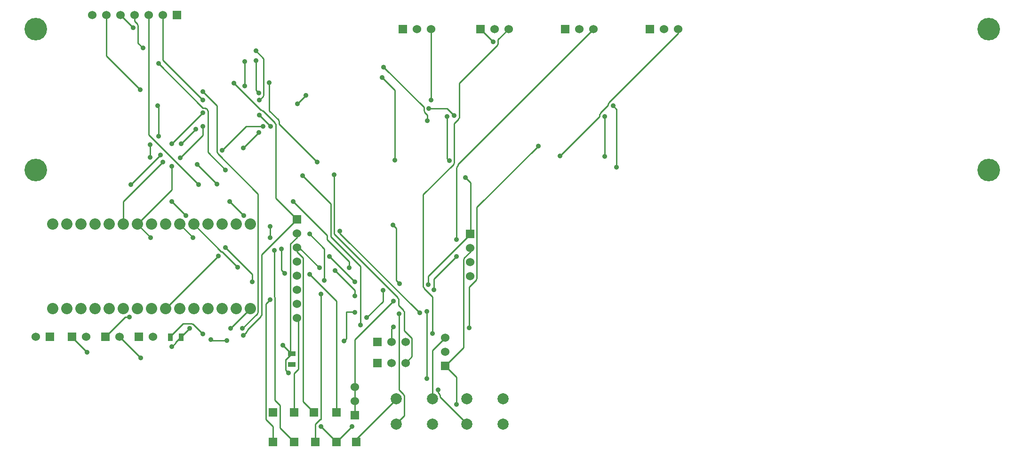
<source format=gtl>
G04 (created by PCBNEW (2013-07-07 BZR 4022)-stable) date 2020-03-17 3:52:32 PM*
%MOIN*%
G04 Gerber Fmt 3.4, Leading zero omitted, Abs format*
%FSLAX34Y34*%
G01*
G70*
G90*
G04 APERTURE LIST*
%ADD10C,0.00590551*%
%ADD11C,0.0787402*%
%ADD12C,0.16*%
%ADD13R,0.055X0.035*%
%ADD14R,0.06X0.06*%
%ADD15C,0.06*%
%ADD16C,0.08*%
%ADD17R,0.035X0.055*%
%ADD18C,0.035*%
%ADD19C,0.01*%
G04 APERTURE END LIST*
G54D10*
G54D11*
X91551Y-51251D03*
X94110Y-51251D03*
X91551Y-53023D03*
X94110Y-53023D03*
X86551Y-51251D03*
X89110Y-51251D03*
X86551Y-53023D03*
X89110Y-53023D03*
G54D12*
X61000Y-25000D03*
X61000Y-35000D03*
X128500Y-25000D03*
X128500Y-35000D03*
G54D13*
X79133Y-48800D03*
X79133Y-48050D03*
G54D14*
X85200Y-48700D03*
G54D15*
X86200Y-48700D03*
X87200Y-48700D03*
G54D14*
X85200Y-47200D03*
G54D15*
X86200Y-47200D03*
X87200Y-47200D03*
G54D14*
X90000Y-48900D03*
G54D15*
X90000Y-47900D03*
X90000Y-46900D03*
G54D14*
X62000Y-46850D03*
G54D15*
X61000Y-46850D03*
G54D16*
X62200Y-38850D03*
X73200Y-38850D03*
X72200Y-38850D03*
X70200Y-38850D03*
X71200Y-38850D03*
X75200Y-38850D03*
X74200Y-38850D03*
X76200Y-38850D03*
X69200Y-38850D03*
X68200Y-38850D03*
X66200Y-38850D03*
X67200Y-38850D03*
X63200Y-38850D03*
X64200Y-38850D03*
X65200Y-38850D03*
X73200Y-44850D03*
X74200Y-44850D03*
X76200Y-44850D03*
X75200Y-44850D03*
X72200Y-44850D03*
X65200Y-44850D03*
X71200Y-44850D03*
X70200Y-44850D03*
X62200Y-44850D03*
X64200Y-44850D03*
X63200Y-44850D03*
X68200Y-44850D03*
X69200Y-44850D03*
X67200Y-44850D03*
X66200Y-44850D03*
G54D14*
X79500Y-38500D03*
G54D15*
X79500Y-39500D03*
X79500Y-40500D03*
X79500Y-41500D03*
X79500Y-42500D03*
X79500Y-43500D03*
X79500Y-44500D03*
X79500Y-45500D03*
G54D14*
X91780Y-39530D03*
G54D15*
X91780Y-40530D03*
X91780Y-41530D03*
X91780Y-42530D03*
G54D14*
X87000Y-25000D03*
G54D15*
X88000Y-25000D03*
X89000Y-25000D03*
G54D14*
X92500Y-25000D03*
G54D15*
X93500Y-25000D03*
X94500Y-25000D03*
G54D14*
X98500Y-25000D03*
G54D15*
X99500Y-25000D03*
X100500Y-25000D03*
G54D14*
X104500Y-25000D03*
G54D15*
X105500Y-25000D03*
X106500Y-25000D03*
G54D14*
X83600Y-52400D03*
G54D15*
X83600Y-51400D03*
X83600Y-50400D03*
G54D14*
X79300Y-54300D03*
X80800Y-54300D03*
X77800Y-52200D03*
X80700Y-52200D03*
X82300Y-52200D03*
X77800Y-54300D03*
X82300Y-54300D03*
X79300Y-52200D03*
X83700Y-54300D03*
X71000Y-24000D03*
G54D15*
X70000Y-24000D03*
X69000Y-24000D03*
X68000Y-24000D03*
X67000Y-24000D03*
X66000Y-24000D03*
X65000Y-24000D03*
G54D14*
X68297Y-46844D03*
G54D15*
X69297Y-46844D03*
G54D14*
X65935Y-46844D03*
G54D15*
X66935Y-46844D03*
G54D14*
X63573Y-46844D03*
G54D15*
X64573Y-46844D03*
G54D17*
X70555Y-46860D03*
X71305Y-46860D03*
G54D18*
X88200Y-45150D03*
X82550Y-39350D03*
X75700Y-46750D03*
X74550Y-47100D03*
X73400Y-47050D03*
X75050Y-28850D03*
X81200Y-53200D03*
X68450Y-48350D03*
X90800Y-51650D03*
X83400Y-53200D03*
X74450Y-35000D03*
X69700Y-27450D03*
X68600Y-26350D03*
X79900Y-35400D03*
X84000Y-46000D03*
X78650Y-42350D03*
X78400Y-40600D03*
X77600Y-39800D03*
X77600Y-39000D03*
X75750Y-38250D03*
X74750Y-37250D03*
X72550Y-36050D03*
X69650Y-30450D03*
X69700Y-32600D03*
X69100Y-33200D03*
X69100Y-34100D03*
X72450Y-34600D03*
X73850Y-36000D03*
X79250Y-37250D03*
X83200Y-41950D03*
X82200Y-42150D03*
X83600Y-43950D03*
X68400Y-29300D03*
X80950Y-34450D03*
X77550Y-28800D03*
X67900Y-24900D03*
X82150Y-35350D03*
X77900Y-40700D03*
X69150Y-39800D03*
X70650Y-34750D03*
X71250Y-34150D03*
X72850Y-31900D03*
X98150Y-34000D03*
X85650Y-27700D03*
X88750Y-31500D03*
X72850Y-30950D03*
X70650Y-33150D03*
X69850Y-33950D03*
X67750Y-36050D03*
X72850Y-30050D03*
X88800Y-43150D03*
X86350Y-44300D03*
X78500Y-47450D03*
X78900Y-49400D03*
X71900Y-46250D03*
X70650Y-47550D03*
X90300Y-34350D03*
X90150Y-31200D03*
X91450Y-35550D03*
X89000Y-30050D03*
X101900Y-30450D03*
X102150Y-34800D03*
X93400Y-25900D03*
X74800Y-46250D03*
X64650Y-47950D03*
X89100Y-46600D03*
X90800Y-39950D03*
X90800Y-41150D03*
X89200Y-43500D03*
X86350Y-46150D03*
X67650Y-45450D03*
X72150Y-39800D03*
X74450Y-40500D03*
X76350Y-42950D03*
X77600Y-44200D03*
X89500Y-50600D03*
X88700Y-49800D03*
X88700Y-45050D03*
X79550Y-30300D03*
X80150Y-29700D03*
X72850Y-29450D03*
X75650Y-46250D03*
X72850Y-46650D03*
X75300Y-41900D03*
X83600Y-42950D03*
X81800Y-41150D03*
X86750Y-45200D03*
X75700Y-33450D03*
X76800Y-32350D03*
X77100Y-31900D03*
X74200Y-33600D03*
X76850Y-31100D03*
X77650Y-31900D03*
X76800Y-29550D03*
X76600Y-27250D03*
X85550Y-28450D03*
X86450Y-34300D03*
X76600Y-26550D03*
X76850Y-30050D03*
X82834Y-47125D03*
X79133Y-48800D03*
X86299Y-38897D03*
X86771Y-43070D03*
X85590Y-43543D03*
X84448Y-45472D03*
X83622Y-45118D03*
X70650Y-37250D03*
X71650Y-38250D03*
X80400Y-39550D03*
X81450Y-42850D03*
X81200Y-43800D03*
X72350Y-32100D03*
X71300Y-33150D03*
X70000Y-34450D03*
X73950Y-41100D03*
X81100Y-41950D03*
X80400Y-42400D03*
X96600Y-33300D03*
X91700Y-46200D03*
X88850Y-30650D03*
X90650Y-31150D03*
X101300Y-31200D03*
X101300Y-34050D03*
X75800Y-29050D03*
X75800Y-27300D03*
G54D19*
X88200Y-45150D02*
X82550Y-39500D01*
X82550Y-39500D02*
X82550Y-39350D01*
X79500Y-38500D02*
X77000Y-41000D01*
X77000Y-41000D02*
X77000Y-45300D01*
X77000Y-45300D02*
X76950Y-45350D01*
X76950Y-45350D02*
X76950Y-45400D01*
X76950Y-45400D02*
X76000Y-46350D01*
X76000Y-46350D02*
X76000Y-46400D01*
X76000Y-46400D02*
X75950Y-46450D01*
X75950Y-46450D02*
X75950Y-46500D01*
X75950Y-46500D02*
X75700Y-46750D01*
X74550Y-47100D02*
X73450Y-47100D01*
X73450Y-47100D02*
X73400Y-47050D01*
X79500Y-38500D02*
X78000Y-37000D01*
X78000Y-37000D02*
X78000Y-31750D01*
X78000Y-31750D02*
X77950Y-31700D01*
X77950Y-31700D02*
X77950Y-31650D01*
X77950Y-31650D02*
X77100Y-30800D01*
X77100Y-30800D02*
X77050Y-30800D01*
X77050Y-30800D02*
X77000Y-30750D01*
X77000Y-30750D02*
X76950Y-30750D01*
X76950Y-30750D02*
X75050Y-28850D01*
X86551Y-51251D02*
X86500Y-51300D01*
X86500Y-51300D02*
X83700Y-54100D01*
X83700Y-54100D02*
X83700Y-54300D01*
X90000Y-46900D02*
X89100Y-47800D01*
X89100Y-47800D02*
X89100Y-51250D01*
X89100Y-51250D02*
X89110Y-51251D01*
X82300Y-54300D02*
X81200Y-53200D01*
X68450Y-48350D02*
X66950Y-46850D01*
X66950Y-46850D02*
X66935Y-46844D01*
X90000Y-48900D02*
X90800Y-49700D01*
X90800Y-49700D02*
X90800Y-51650D01*
X83400Y-53200D02*
X82300Y-54300D01*
X90000Y-48900D02*
X91300Y-47600D01*
X91300Y-47600D02*
X91300Y-41350D01*
X91300Y-41350D02*
X91350Y-41300D01*
X91350Y-41300D02*
X91350Y-41250D01*
X91350Y-41250D02*
X91800Y-40800D01*
X91800Y-40800D02*
X91800Y-40550D01*
X91800Y-40550D02*
X91780Y-40530D01*
X74450Y-35000D02*
X73200Y-33750D01*
X73200Y-33750D02*
X73200Y-30800D01*
X73200Y-30800D02*
X73150Y-30750D01*
X73150Y-30750D02*
X73150Y-30700D01*
X73150Y-30700D02*
X73100Y-30650D01*
X73100Y-30650D02*
X73050Y-30650D01*
X73050Y-30650D02*
X73000Y-30600D01*
X73000Y-30600D02*
X72850Y-30600D01*
X72850Y-30600D02*
X69700Y-27450D01*
X68600Y-26350D02*
X68250Y-26000D01*
X68250Y-26000D02*
X68250Y-24750D01*
X68250Y-24750D02*
X68200Y-24700D01*
X68200Y-24700D02*
X68200Y-24650D01*
X68200Y-24650D02*
X68000Y-24450D01*
X68000Y-24450D02*
X68000Y-24000D01*
X79900Y-35400D02*
X81900Y-37400D01*
X81900Y-37400D02*
X81900Y-39750D01*
X81900Y-39750D02*
X84000Y-41850D01*
X84000Y-41850D02*
X84000Y-46000D01*
X78650Y-42350D02*
X78400Y-42100D01*
X78400Y-42100D02*
X78400Y-40600D01*
X77600Y-39800D02*
X77600Y-39000D01*
X75750Y-38250D02*
X74750Y-37250D01*
X72550Y-36050D02*
X69000Y-32500D01*
X69000Y-32500D02*
X69000Y-24000D01*
X69650Y-30450D02*
X69700Y-30500D01*
X69700Y-30500D02*
X69700Y-32600D01*
X69100Y-33200D02*
X69100Y-34100D01*
X72450Y-34600D02*
X73850Y-36000D01*
X79250Y-37250D02*
X81650Y-39650D01*
X81650Y-39650D02*
X81650Y-39950D01*
X81650Y-39950D02*
X83200Y-41500D01*
X83200Y-41500D02*
X83200Y-41950D01*
X82200Y-42150D02*
X83600Y-43550D01*
X83600Y-43550D02*
X83600Y-43950D01*
X68400Y-29300D02*
X66000Y-26900D01*
X66000Y-26900D02*
X66000Y-24000D01*
X80950Y-34450D02*
X78250Y-31750D01*
X78250Y-31750D02*
X78250Y-31550D01*
X78250Y-31550D02*
X78200Y-31500D01*
X78200Y-31500D02*
X78200Y-31450D01*
X78200Y-31450D02*
X77550Y-30800D01*
X77550Y-30800D02*
X77550Y-28800D01*
X67900Y-24900D02*
X67000Y-24000D01*
X87200Y-48700D02*
X87650Y-48250D01*
X87650Y-48250D02*
X87650Y-46950D01*
X87650Y-46950D02*
X87100Y-46400D01*
X87100Y-46400D02*
X87100Y-45050D01*
X87100Y-45050D02*
X87050Y-45000D01*
X87050Y-45000D02*
X87050Y-44950D01*
X87050Y-44950D02*
X86700Y-44600D01*
X86700Y-44600D02*
X86700Y-44150D01*
X86700Y-44150D02*
X86650Y-44100D01*
X86650Y-44100D02*
X86650Y-44050D01*
X86650Y-44050D02*
X82150Y-39550D01*
X82150Y-39550D02*
X82150Y-35350D01*
X79300Y-54300D02*
X78300Y-53300D01*
X78300Y-53300D02*
X78300Y-51700D01*
X78300Y-51700D02*
X77950Y-51350D01*
X77950Y-51350D02*
X77950Y-44050D01*
X77950Y-44050D02*
X77900Y-44000D01*
X77900Y-44000D02*
X77900Y-40700D01*
X69150Y-39800D02*
X68200Y-38850D01*
X68200Y-38850D02*
X70650Y-36400D01*
X70650Y-36400D02*
X70650Y-34750D01*
X71250Y-34150D02*
X72850Y-32550D01*
X72850Y-32550D02*
X72850Y-31900D01*
X98150Y-34000D02*
X100950Y-31200D01*
X100950Y-31200D02*
X100950Y-31050D01*
X100950Y-31050D02*
X101000Y-31000D01*
X101000Y-31000D02*
X101000Y-30950D01*
X101000Y-30950D02*
X101550Y-30400D01*
X101550Y-30400D02*
X101550Y-30300D01*
X101550Y-30300D02*
X101600Y-30250D01*
X101600Y-30250D02*
X101600Y-30200D01*
X101600Y-30200D02*
X106500Y-25300D01*
X106500Y-25300D02*
X106500Y-25000D01*
X85650Y-27700D02*
X88500Y-30550D01*
X88500Y-30550D02*
X88500Y-30800D01*
X88500Y-30800D02*
X88550Y-30850D01*
X88550Y-30850D02*
X88550Y-30900D01*
X88550Y-30900D02*
X88750Y-31100D01*
X88750Y-31100D02*
X88750Y-31500D01*
X72850Y-30950D02*
X70650Y-33150D01*
X69850Y-33950D02*
X67750Y-36050D01*
X72850Y-30050D02*
X70000Y-27200D01*
X70000Y-27200D02*
X70000Y-24000D01*
X91780Y-39530D02*
X91750Y-39600D01*
X91750Y-39600D02*
X88800Y-42550D01*
X88800Y-42550D02*
X88800Y-43150D01*
X86350Y-44300D02*
X83600Y-47050D01*
X83600Y-47050D02*
X83600Y-50400D01*
X79133Y-48050D02*
X79150Y-48050D01*
X79150Y-48050D02*
X79100Y-48050D01*
X79100Y-48050D02*
X78500Y-47450D01*
X78900Y-49400D02*
X78700Y-49200D01*
X78700Y-49200D02*
X78700Y-48450D01*
X78700Y-48450D02*
X78750Y-48450D01*
X78750Y-48450D02*
X79150Y-48050D01*
X79150Y-48050D02*
X79133Y-48050D01*
X71900Y-46250D02*
X71300Y-46850D01*
X71300Y-46850D02*
X71305Y-46860D01*
X71305Y-46860D02*
X71300Y-46850D01*
X71300Y-46850D02*
X70900Y-47250D01*
X70900Y-47250D02*
X70900Y-47300D01*
X70900Y-47300D02*
X70650Y-47550D01*
X79133Y-48050D02*
X79150Y-48050D01*
X79150Y-48050D02*
X79050Y-47950D01*
X79050Y-47950D02*
X79050Y-40250D01*
X79050Y-40250D02*
X79500Y-39800D01*
X79500Y-39800D02*
X79500Y-39500D01*
X90300Y-34350D02*
X90150Y-34200D01*
X90150Y-34200D02*
X90150Y-31200D01*
X91450Y-35550D02*
X91800Y-35900D01*
X91800Y-35900D02*
X91800Y-39550D01*
X91800Y-39550D02*
X91780Y-39530D01*
X89000Y-30050D02*
X89000Y-25000D01*
X101900Y-30450D02*
X102150Y-30700D01*
X102150Y-30700D02*
X102150Y-34800D01*
X83600Y-50400D02*
X83600Y-51400D01*
X83600Y-51400D02*
X83600Y-52400D01*
X93400Y-25900D02*
X92500Y-25000D01*
X76200Y-44850D02*
X74800Y-46250D01*
X64650Y-47950D02*
X63550Y-46850D01*
X63550Y-46850D02*
X63573Y-46844D01*
X94500Y-25000D02*
X93750Y-25750D01*
X93750Y-25750D02*
X93750Y-26050D01*
X93750Y-26050D02*
X93700Y-26100D01*
X93700Y-26100D02*
X93700Y-26150D01*
X93700Y-26150D02*
X91000Y-28850D01*
X91000Y-28850D02*
X91000Y-31300D01*
X91000Y-31300D02*
X90950Y-31350D01*
X90950Y-31350D02*
X90950Y-31400D01*
X90950Y-31400D02*
X90650Y-31700D01*
X90650Y-31700D02*
X90650Y-34500D01*
X90650Y-34500D02*
X90600Y-34550D01*
X90600Y-34550D02*
X90600Y-34600D01*
X90600Y-34600D02*
X88450Y-36750D01*
X88450Y-36750D02*
X88450Y-43300D01*
X88450Y-43300D02*
X88500Y-43350D01*
X88500Y-43350D02*
X88500Y-43400D01*
X88500Y-43400D02*
X89100Y-44000D01*
X89100Y-44000D02*
X89100Y-46600D01*
X100500Y-25000D02*
X90900Y-34600D01*
X90900Y-34600D02*
X90900Y-34700D01*
X90900Y-34700D02*
X90850Y-34750D01*
X90850Y-34750D02*
X90850Y-34800D01*
X90850Y-34800D02*
X90800Y-34850D01*
X90800Y-34850D02*
X90800Y-39950D01*
X90800Y-41150D02*
X89200Y-42750D01*
X89200Y-42750D02*
X89200Y-43500D01*
X86350Y-46150D02*
X86200Y-46300D01*
X86200Y-46300D02*
X86200Y-47200D01*
X67650Y-45450D02*
X67350Y-45450D01*
X67350Y-45450D02*
X65950Y-46850D01*
X65950Y-46850D02*
X65935Y-46844D01*
X71200Y-38850D02*
X72150Y-39800D01*
X74450Y-40500D02*
X76350Y-42400D01*
X76350Y-42400D02*
X76350Y-42950D01*
X77600Y-44200D02*
X77300Y-44500D01*
X77300Y-44500D02*
X77300Y-52700D01*
X77300Y-52700D02*
X77800Y-53200D01*
X77800Y-53200D02*
X77800Y-54300D01*
X91551Y-53023D02*
X91550Y-53000D01*
X91550Y-53000D02*
X89650Y-51100D01*
X89650Y-51100D02*
X89650Y-51000D01*
X89650Y-51000D02*
X89600Y-50950D01*
X89600Y-50950D02*
X89600Y-50900D01*
X89600Y-50900D02*
X89500Y-50800D01*
X89500Y-50800D02*
X89500Y-50600D01*
X88700Y-49800D02*
X88700Y-45050D01*
X79550Y-30300D02*
X80150Y-29700D01*
X72850Y-29450D02*
X73850Y-30450D01*
X73850Y-30450D02*
X73850Y-33750D01*
X73850Y-33750D02*
X73900Y-33800D01*
X73900Y-33800D02*
X73900Y-33850D01*
X73900Y-33850D02*
X76750Y-36700D01*
X76750Y-36700D02*
X76750Y-45100D01*
X76750Y-45100D02*
X76700Y-45150D01*
X76700Y-45150D02*
X76700Y-45200D01*
X76700Y-45200D02*
X75650Y-46250D01*
X72850Y-46650D02*
X72150Y-45950D01*
X72150Y-45950D02*
X72100Y-45950D01*
X72100Y-45950D02*
X72050Y-45900D01*
X72050Y-45900D02*
X71450Y-45900D01*
X71450Y-45900D02*
X70550Y-46800D01*
X70550Y-46800D02*
X70550Y-46850D01*
X70550Y-46850D02*
X70555Y-46860D01*
X75300Y-41900D02*
X74200Y-40800D01*
X74200Y-40800D02*
X74150Y-40800D01*
X74150Y-40800D02*
X72200Y-38850D01*
X79500Y-45500D02*
X79600Y-45600D01*
X79600Y-45600D02*
X79600Y-49150D01*
X79600Y-49150D02*
X79300Y-49450D01*
X79300Y-49450D02*
X79300Y-52200D01*
X83600Y-42950D02*
X81800Y-41150D01*
X86551Y-53023D02*
X86550Y-53000D01*
X86550Y-53000D02*
X87100Y-52450D01*
X87100Y-52450D02*
X87100Y-51000D01*
X87100Y-51000D02*
X87050Y-50950D01*
X87050Y-50950D02*
X87050Y-50900D01*
X87050Y-50900D02*
X86750Y-50600D01*
X86750Y-50600D02*
X86750Y-45200D01*
X75700Y-33450D02*
X76800Y-32350D01*
X77100Y-31900D02*
X75900Y-31900D01*
X75900Y-31900D02*
X74200Y-33600D01*
X76850Y-31100D02*
X77650Y-31900D01*
X76800Y-29550D02*
X76600Y-29350D01*
X76600Y-29350D02*
X76600Y-27250D01*
X85550Y-28450D02*
X86450Y-29350D01*
X86450Y-29350D02*
X86450Y-34300D01*
X76600Y-26550D02*
X77150Y-27100D01*
X77150Y-27100D02*
X77150Y-29700D01*
X77150Y-29700D02*
X77100Y-29750D01*
X77100Y-29750D02*
X77100Y-29800D01*
X77100Y-29800D02*
X76850Y-30050D01*
X82992Y-45078D02*
X83582Y-45078D01*
X82834Y-47125D02*
X82992Y-46968D01*
X82992Y-45078D02*
X82992Y-46968D01*
X86535Y-39133D02*
X86299Y-38897D01*
X86535Y-42834D02*
X86535Y-39133D01*
X86771Y-43070D02*
X86535Y-42834D01*
X85590Y-44330D02*
X85590Y-43543D01*
X84448Y-45472D02*
X85590Y-44330D01*
X83582Y-45078D02*
X83622Y-45118D01*
X70650Y-37250D02*
X71650Y-38250D01*
X80400Y-39550D02*
X81450Y-40600D01*
X81450Y-40600D02*
X81450Y-42850D01*
X81200Y-43800D02*
X81200Y-52700D01*
X81200Y-52700D02*
X81150Y-52700D01*
X81150Y-52700D02*
X80800Y-53050D01*
X80800Y-53050D02*
X80800Y-54300D01*
X72350Y-32100D02*
X71300Y-33150D01*
X70000Y-34450D02*
X67200Y-37250D01*
X67200Y-37250D02*
X67200Y-38850D01*
X73950Y-41100D02*
X70200Y-44850D01*
X79500Y-40500D02*
X79650Y-40500D01*
X79650Y-40500D02*
X81100Y-41950D01*
X80700Y-52200D02*
X79950Y-51450D01*
X79950Y-51450D02*
X79950Y-41250D01*
X79950Y-41250D02*
X79500Y-40800D01*
X79500Y-40800D02*
X79500Y-40500D01*
X80400Y-42400D02*
X82300Y-44300D01*
X82300Y-44300D02*
X82300Y-52200D01*
X96600Y-33300D02*
X92250Y-37650D01*
X92250Y-37650D02*
X92250Y-42700D01*
X92250Y-42700D02*
X92200Y-42750D01*
X92200Y-42750D02*
X92200Y-42800D01*
X92200Y-42800D02*
X91700Y-43300D01*
X91700Y-43300D02*
X91700Y-46200D01*
X88850Y-30650D02*
X90150Y-30650D01*
X90150Y-30650D02*
X90650Y-31150D01*
X101300Y-31200D02*
X101300Y-34050D01*
X75800Y-29050D02*
X75800Y-27300D01*
M02*

</source>
